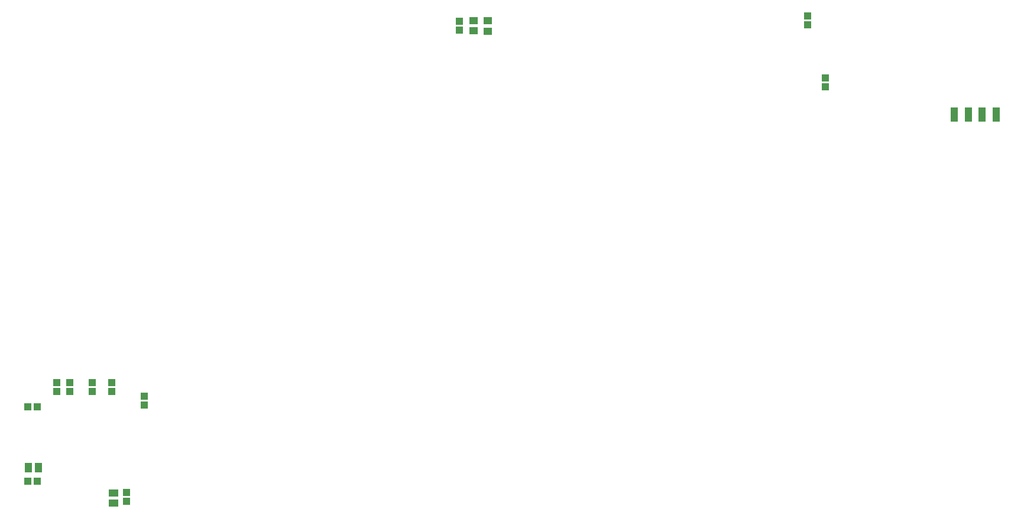
<source format=gbp>
G04*
G04 #@! TF.GenerationSoftware,Altium Limited,Altium Designer,23.7.1 (13)*
G04*
G04 Layer_Color=128*
%FSLAX25Y25*%
%MOIN*%
G70*
G04*
G04 #@! TF.SameCoordinates,3671DF12-B1F1-4326-BA21-4D3E62DEF6AE*
G04*
G04*
G04 #@! TF.FilePolarity,Positive*
G04*
G01*
G75*
%ADD50R,0.04331X0.04134*%
%ADD51R,0.04134X0.04331*%
%ADD74R,0.04724X0.04134*%
%ADD75R,0.04724X0.03937*%
%ADD183R,0.05339X0.04152*%
%ADD184R,0.04152X0.05339*%
%ADD186R,0.04331X0.08268*%
D50*
X288000Y430559D02*
D03*
Y425441D02*
D03*
X100500Y159441D02*
D03*
Y164559D02*
D03*
X110500Y213941D02*
D03*
Y219059D02*
D03*
X92000Y221441D02*
D03*
Y226559D02*
D03*
X61000Y221441D02*
D03*
Y226559D02*
D03*
X81000Y226559D02*
D03*
Y221441D02*
D03*
X68500Y221441D02*
D03*
Y226559D02*
D03*
X494500Y393441D02*
D03*
Y398559D02*
D03*
X484500Y433559D02*
D03*
Y428441D02*
D03*
D51*
X44941Y171000D02*
D03*
X50059D02*
D03*
X44941Y213000D02*
D03*
X50059D02*
D03*
D74*
X296098Y430854D02*
D03*
Y425146D02*
D03*
D75*
X304000Y425047D02*
D03*
Y430953D02*
D03*
D183*
X93000Y164357D02*
D03*
Y158643D02*
D03*
D184*
X45143Y178500D02*
D03*
X50857D02*
D03*
D186*
X590748Y377842D02*
D03*
X582874D02*
D03*
X575000D02*
D03*
X567126D02*
D03*
M02*

</source>
